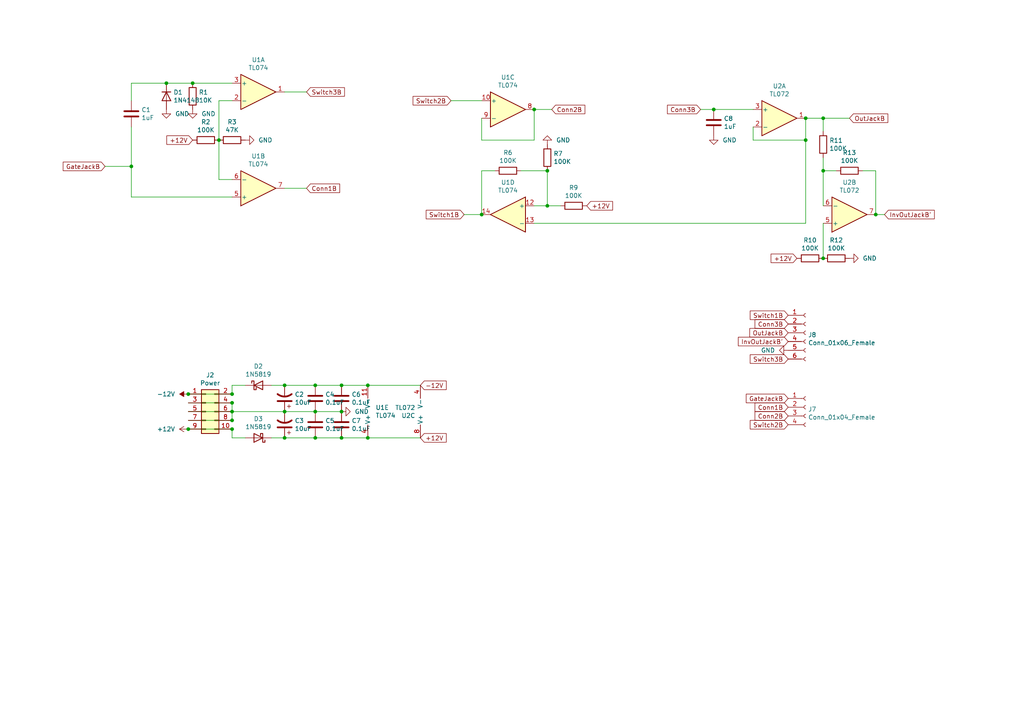
<source format=kicad_sch>
(kicad_sch (version 20211123) (generator eeschema)
  (paper "A4")
  (lib_symbols
    (symbol "ASREnvelope-rescue:CP1-Device" (pin_numbers hide) (pin_names (offset 0.254) hide)
      (property "Reference" "C" (at 0.635 2.54 0))
      (property "Value" "CP1-Device" (at 0.635 -2.54 0))
      (symbol "CP1-Device_0_1"
        (polyline (pts (xy -2.032 0.762) (xy 2.032 0.762)) (stroke (width 0.508)))
        (polyline (pts (xy -1.778 2.286) (xy -0.762 2.286)))
        (polyline (pts (xy -1.27 1.778) (xy -1.27 2.794)))
        (arc (start 2.032 -1.27) (mid 0 -0.5572) (end -2.032 -1.27) (stroke (width 0.508)))
      )
      (symbol "CP1-Device_1_1"
        (pin passive line (at 0 3.81 270) (length 2.794) (name "~") (number "1"))
        (pin passive line (at 0 -3.81 90) (length 3.302) (name "~") (number "2"))
      )
    )
    (symbol "Amplifier_Operational:TL072" (pin_names (offset 0.127))
      (property "Reference" "U" (at 0 5.08 0))
      (property "Value" "TL072" (at 0 -5.08 0))
      (symbol "TL072_1_1"
        (polyline (pts (xy -5.08 5.08) (xy 5.08 0) (xy -5.08 -5.08) (xy -5.08 5.08)) (stroke (width 0.254)) (fill (type background)))
        (pin output line (at 7.62 0 180) (length 2.54) (name "~") (number "1"))
        (pin input line (at -7.62 -2.54 0) (length 2.54) (name "-") (number "2"))
        (pin input line (at -7.62 2.54 0) (length 2.54) (name "+") (number "3"))
      )
      (symbol "TL072_2_1"
        (polyline (pts (xy -5.08 5.08) (xy 5.08 0) (xy -5.08 -5.08) (xy -5.08 5.08)) (stroke (width 0.254)) (fill (type background)))
        (pin input line (at -7.62 2.54 0) (length 2.54) (name "+") (number "5"))
        (pin input line (at -7.62 -2.54 0) (length 2.54) (name "-") (number "6"))
        (pin output line (at 7.62 0 180) (length 2.54) (name "~") (number "7"))
      )
      (symbol "TL072_3_1"
        (pin power_in line (at -2.54 -7.62 90) (length 3.81) (name "V-") (number "4"))
        (pin power_in line (at -2.54 7.62 270) (length 3.81) (name "V+") (number "8"))
      )
    )
    (symbol "Amplifier_Operational:TL074" (pin_names (offset 0.127))
      (property "Reference" "U" (at 0 5.08 0))
      (property "Value" "TL074" (at 0 -5.08 0))
      (symbol "TL074_1_1"
        (polyline (pts (xy -5.08 5.08) (xy 5.08 0) (xy -5.08 -5.08) (xy -5.08 5.08)) (stroke (width 0.254)) (fill (type background)))
        (pin output line (at 7.62 0 180) (length 2.54) (name "~") (number "1"))
        (pin input line (at -7.62 -2.54 0) (length 2.54) (name "-") (number "2"))
        (pin input line (at -7.62 2.54 0) (length 2.54) (name "+") (number "3"))
      )
      (symbol "TL074_2_1"
        (polyline (pts (xy -5.08 5.08) (xy 5.08 0) (xy -5.08 -5.08) (xy -5.08 5.08)) (stroke (width 0.254)) (fill (type background)))
        (pin input line (at -7.62 2.54 0) (length 2.54) (name "+") (number "5"))
        (pin input line (at -7.62 -2.54 0) (length 2.54) (name "-") (number "6"))
        (pin output line (at 7.62 0 180) (length 2.54) (name "~") (number "7"))
      )
      (symbol "TL074_3_1"
        (polyline (pts (xy -5.08 5.08) (xy 5.08 0) (xy -5.08 -5.08) (xy -5.08 5.08)) (stroke (width 0.254)) (fill (type background)))
        (pin input line (at -7.62 2.54 0) (length 2.54) (name "+") (number "10"))
        (pin output line (at 7.62 0 180) (length 2.54) (name "~") (number "8"))
        (pin input line (at -7.62 -2.54 0) (length 2.54) (name "-") (number "9"))
      )
      (symbol "TL074_4_1"
        (polyline (pts (xy -5.08 5.08) (xy 5.08 0) (xy -5.08 -5.08) (xy -5.08 5.08)) (stroke (width 0.254)) (fill (type background)))
        (pin input line (at -7.62 2.54 0) (length 2.54) (name "+") (number "12"))
        (pin input line (at -7.62 -2.54 0) (length 2.54) (name "-") (number "13"))
        (pin output line (at 7.62 0 180) (length 2.54) (name "~") (number "14"))
      )
      (symbol "TL074_5_1"
        (pin power_in line (at -2.54 -7.62 90) (length 3.81) (name "V-") (number "11"))
        (pin power_in line (at -2.54 7.62 270) (length 3.81) (name "V+") (number "4"))
      )
    )
    (symbol "Connector:Conn_01x04_Female" (pin_names (offset 1.016) hide)
      (property "Reference" "J" (at 0 5.08 0))
      (property "Value" "Conn_01x04_Female" (at 0 -7.62 0))
      (symbol "Conn_01x04_Female_1_1"
        (arc (start 0 -4.572) (mid -0.508 -5.08) (end 0 -5.588) (stroke (width 0.1524)))
        (arc (start 0 -2.032) (mid -0.508 -2.54) (end 0 -3.048) (stroke (width 0.1524)))
        (polyline (pts (xy -1.27 -5.08) (xy -0.508 -5.08)) (stroke (width 0.1524)))
        (polyline (pts (xy -1.27 -2.54) (xy -0.508 -2.54)) (stroke (width 0.1524)))
        (polyline (pts (xy -1.27 0) (xy -0.508 0)) (stroke (width 0.1524)))
        (polyline (pts (xy -1.27 2.54) (xy -0.508 2.54)) (stroke (width 0.1524)))
        (arc (start 0 0.508) (mid -0.508 0) (end 0 -0.508) (stroke (width 0.1524)))
        (arc (start 0 3.048) (mid -0.508 2.54) (end 0 2.032) (stroke (width 0.1524)))
        (pin passive line (at -5.08 2.54 0) (length 3.81) (name "Pin_1") (number "1"))
        (pin passive line (at -5.08 0 0) (length 3.81) (name "Pin_2") (number "2"))
        (pin passive line (at -5.08 -2.54 0) (length 3.81) (name "Pin_3") (number "3"))
        (pin passive line (at -5.08 -5.08 0) (length 3.81) (name "Pin_4") (number "4"))
      )
    )
    (symbol "Connector:Conn_01x06_Female" (pin_names (offset 1.016) hide)
      (property "Reference" "J" (at 0 7.62 0))
      (property "Value" "Conn_01x06_Female" (at 0 -10.16 0))
      (symbol "Conn_01x06_Female_1_1"
        (arc (start 0 -7.112) (mid -0.508 -7.62) (end 0 -8.128) (stroke (width 0.1524)))
        (arc (start 0 -4.572) (mid -0.508 -5.08) (end 0 -5.588) (stroke (width 0.1524)))
        (arc (start 0 -2.032) (mid -0.508 -2.54) (end 0 -3.048) (stroke (width 0.1524)))
        (polyline (pts (xy -1.27 -7.62) (xy -0.508 -7.62)) (stroke (width 0.1524)))
        (polyline (pts (xy -1.27 -5.08) (xy -0.508 -5.08)) (stroke (width 0.1524)))
        (polyline (pts (xy -1.27 -2.54) (xy -0.508 -2.54)) (stroke (width 0.1524)))
        (polyline (pts (xy -1.27 0) (xy -0.508 0)) (stroke (width 0.1524)))
        (polyline (pts (xy -1.27 2.54) (xy -0.508 2.54)) (stroke (width 0.1524)))
        (polyline (pts (xy -1.27 5.08) (xy -0.508 5.08)) (stroke (width 0.1524)))
        (arc (start 0 0.508) (mid -0.508 0) (end 0 -0.508) (stroke (width 0.1524)))
        (arc (start 0 3.048) (mid -0.508 2.54) (end 0 2.032) (stroke (width 0.1524)))
        (arc (start 0 5.588) (mid -0.508 5.08) (end 0 4.572) (stroke (width 0.1524)))
        (pin passive line (at -5.08 5.08 0) (length 3.81) (name "Pin_1") (number "1"))
        (pin passive line (at -5.08 2.54 0) (length 3.81) (name "Pin_2") (number "2"))
        (pin passive line (at -5.08 0 0) (length 3.81) (name "Pin_3") (number "3"))
        (pin passive line (at -5.08 -2.54 0) (length 3.81) (name "Pin_4") (number "4"))
        (pin passive line (at -5.08 -5.08 0) (length 3.81) (name "Pin_5") (number "5"))
        (pin passive line (at -5.08 -7.62 0) (length 3.81) (name "Pin_6") (number "6"))
      )
    )
    (symbol "Connector_Generic:Conn_02x05_Odd_Even" (pin_names (offset 1.016) hide)
      (property "Reference" "J" (at 1.27 7.62 0))
      (property "Value" "Conn_02x05_Odd_Even" (at 1.27 -7.62 0))
      (symbol "Conn_02x05_Odd_Even_1_1"
        (rectangle (start -1.27 -4.953) (end 0 -5.207) (stroke (width 0.1524)))
        (rectangle (start -1.27 -2.413) (end 0 -2.667) (stroke (width 0.1524)))
        (rectangle (start -1.27 0.127) (end 0 -0.127) (stroke (width 0.1524)))
        (rectangle (start -1.27 2.667) (end 0 2.413) (stroke (width 0.1524)))
        (rectangle (start -1.27 5.207) (end 0 4.953) (stroke (width 0.1524)))
        (rectangle (start -1.27 6.35) (end 3.81 -6.35) (stroke (width 0.254)) (fill (type background)))
        (rectangle (start 3.81 -4.953) (end 2.54 -5.207) (stroke (width 0.1524)))
        (rectangle (start 3.81 -2.413) (end 2.54 -2.667) (stroke (width 0.1524)))
        (rectangle (start 3.81 0.127) (end 2.54 -0.127) (stroke (width 0.1524)))
        (rectangle (start 3.81 2.667) (end 2.54 2.413) (stroke (width 0.1524)))
        (rectangle (start 3.81 5.207) (end 2.54 4.953) (stroke (width 0.1524)))
        (pin passive line (at -5.08 5.08 0) (length 3.81) (name "Pin_1") (number "1"))
        (pin passive line (at 7.62 -5.08 180) (length 3.81) (name "Pin_10") (number "10"))
        (pin passive line (at 7.62 5.08 180) (length 3.81) (name "Pin_2") (number "2"))
        (pin passive line (at -5.08 2.54 0) (length 3.81) (name "Pin_3") (number "3"))
        (pin passive line (at 7.62 2.54 180) (length 3.81) (name "Pin_4") (number "4"))
        (pin passive line (at -5.08 0 0) (length 3.81) (name "Pin_5") (number "5"))
        (pin passive line (at 7.62 0 180) (length 3.81) (name "Pin_6") (number "6"))
        (pin passive line (at -5.08 -2.54 0) (length 3.81) (name "Pin_7") (number "7"))
        (pin passive line (at 7.62 -2.54 180) (length 3.81) (name "Pin_8") (number "8"))
        (pin passive line (at -5.08 -5.08 0) (length 3.81) (name "Pin_9") (number "9"))
      )
    )
    (symbol "Device:C" (pin_numbers hide) (pin_names (offset 0.254))
      (property "Reference" "C" (at 0.635 2.54 0))
      (property "Value" "C" (at 0.635 -2.54 0))
      (symbol "C_0_1"
        (polyline (pts (xy -2.032 -0.762) (xy 2.032 -0.762)) (stroke (width 0.508)))
        (polyline (pts (xy -2.032 0.762) (xy 2.032 0.762)) (stroke (width 0.508)))
      )
      (symbol "C_1_1"
        (pin passive line (at 0 3.81 270) (length 2.794) (name "~") (number "1"))
        (pin passive line (at 0 -3.81 90) (length 2.794) (name "~") (number "2"))
      )
    )
    (symbol "Device:D" (pin_numbers hide) (pin_names (offset 1.016) hide)
      (property "Reference" "D" (at 0 2.54 0))
      (property "Value" "D" (at 0 -2.54 0))
      (symbol "D_0_1"
        (polyline (pts (xy -1.27 1.27) (xy -1.27 -1.27)) (stroke (width 0.254)))
        (polyline (pts (xy 1.27 0) (xy -1.27 0)))
        (polyline (pts (xy 1.27 1.27) (xy 1.27 -1.27) (xy -1.27 0) (xy 1.27 1.27)) (stroke (width 0.254)))
      )
      (symbol "D_1_1"
        (pin passive line (at -3.81 0 0) (length 2.54) (name "K") (number "1"))
        (pin passive line (at 3.81 0 180) (length 2.54) (name "A") (number "2"))
      )
    )
    (symbol "Device:D_Schottky" (pin_numbers hide) (pin_names (offset 1.016) hide)
      (property "Reference" "D" (at 0 2.54 0))
      (property "Value" "D_Schottky" (at 0 -2.54 0))
      (symbol "D_Schottky_0_1"
        (polyline (pts (xy 1.27 0) (xy -1.27 0)))
        (polyline (pts (xy 1.27 1.27) (xy 1.27 -1.27) (xy -1.27 0) (xy 1.27 1.27)) (stroke (width 0.254)))
        (polyline (pts (xy -1.905 0.635) (xy -1.905 1.27) (xy -1.27 1.27) (xy -1.27 -1.27) (xy -0.635 -1.27) (xy -0.635 -0.635)) (stroke (width 0.254)))
      )
      (symbol "D_Schottky_1_1"
        (pin passive line (at -3.81 0 0) (length 2.54) (name "K") (number "1"))
        (pin passive line (at 3.81 0 180) (length 2.54) (name "A") (number "2"))
      )
    )
    (symbol "Device:R" (pin_numbers hide) (pin_names (offset 0))
      (property "Reference" "R" (at 2.032 0 90))
      (property "Value" "R" (at 0 0 90))
      (symbol "R_0_1"
        (rectangle (start -1.016 -2.54) (end 1.016 2.54) (stroke (width 0.254)))
      )
      (symbol "R_1_1"
        (pin passive line (at 0 3.81 270) (length 1.27) (name "~") (number "1"))
        (pin passive line (at 0 -3.81 90) (length 1.27) (name "~") (number "2"))
      )
    )
    (symbol "power:+12V" (power) (pin_names (offset 0))
      (property "Value" "+12V" (at 0 3.556 0))
      (symbol "+12V_0_1"
        (polyline (pts (xy -0.762 1.27) (xy 0 2.54)))
        (polyline (pts (xy 0 0) (xy 0 2.54)))
        (polyline (pts (xy 0 2.54) (xy 0.762 1.27)))
      )
      (symbol "+12V_1_1"
        (pin power_in line (at 0 0 90) (length 0) hide (name "+12V") (number "1"))
      )
    )
    (symbol "power:-12V" (power) (pin_names (offset 0))
      (property "Value" "-12V" (at 0 3.81 0))
      (symbol "-12V_0_0"
        (pin power_in line (at 0 0 90) (length 0) hide (name "-12V") (number "1"))
      )
      (symbol "-12V_0_1"
        (polyline (pts (xy 0 0) (xy 0 1.27) (xy 0.762 1.27) (xy 0 2.54) (xy -0.762 1.27) (xy 0 1.27)) (fill (type outline)))
      )
    )
    (symbol "power:GND" (power) (pin_names (offset 0))
      (property "Value" "GND" (at 0 -3.81 0))
      (symbol "GND_0_1"
        (polyline (pts (xy 0 0) (xy 0 -1.27) (xy 1.27 -1.27) (xy 0 -2.54) (xy -1.27 -1.27) (xy 0 -1.27)))
      )
      (symbol "GND_1_1"
        (pin power_in line (at 0 0 270) (length 0) hide (name "GND") (number "1"))
      )
    )
  )
  (junction (at 238.76 49.53))
  (junction (at 106.68 111.76))
  (junction (at 63.5 40.64))
  (junction (at 82.55 111.76))
  (junction (at 154.94 31.75))
  (junction (at 67.31 116.84))
  (junction (at 67.31 114.3))
  (junction (at 99.06 111.76))
  (junction (at 139.7 62.23))
  (junction (at 82.55 119.38))
  (junction (at 158.75 59.69))
  (junction (at 67.31 119.38))
  (junction (at 207.01 31.75))
  (junction (at 238.76 34.29))
  (junction (at 55.88 24.13))
  (junction (at 38.1 48.26))
  (junction (at 233.68 40.64))
  (junction (at 91.44 127))
  (junction (at 91.44 111.76))
  (junction (at 67.31 124.46))
  (junction (at 158.75 49.53))
  (junction (at 99.06 119.38))
  (junction (at 54.61 114.3))
  (junction (at 254 62.23))
  (junction (at 54.61 124.46))
  (junction (at 67.31 121.92))
  (junction (at 233.68 34.29))
  (junction (at 106.68 127))
  (junction (at 82.55 127))
  (junction (at 99.06 127))
  (junction (at 48.26 24.13))
  (junction (at 238.76 74.93))
  (junction (at 91.44 119.38))
  (wire (pts (xy 91.44 119.38) (xy 99.06 119.38)))
  (wire (pts (xy 254 49.53) (xy 254 62.23)))
  (wire (pts (xy 67.31 116.84) (xy 54.61 116.84)))
  (wire (pts (xy 63.5 52.07) (xy 67.31 52.07)))
  (wire (pts (xy 54.61 114.3) (xy 67.31 114.3)))
  (wire (pts (xy 67.31 127) (xy 67.31 124.46)))
  (wire (pts (xy 67.31 119.38) (xy 67.31 116.84)))
  (wire (pts (xy 238.76 59.69) (xy 238.76 49.53)))
  (wire (pts (xy 238.76 34.29) (xy 233.68 34.29)))
  (wire (pts (xy 154.94 31.75) (xy 154.94 40.64)))
  (wire (pts (xy 130.81 29.21) (xy 139.7 29.21)))
  (wire (pts (xy 238.76 64.77) (xy 238.76 74.93)))
  (wire (pts (xy 82.55 127) (xy 91.44 127)))
  (wire (pts (xy 218.44 31.75) (xy 207.01 31.75)))
  (wire (pts (xy 67.31 121.92) (xy 54.61 121.92)))
  (wire (pts (xy 82.55 119.38) (xy 91.44 119.38)))
  (wire (pts (xy 158.75 49.53) (xy 158.75 59.69)))
  (wire (pts (xy 233.68 40.64) (xy 233.68 34.29)))
  (wire (pts (xy 106.68 127) (xy 121.92 127)))
  (wire (pts (xy 256.54 62.23) (xy 254 62.23)))
  (wire (pts (xy 246.38 34.29) (xy 238.76 34.29)))
  (wire (pts (xy 154.94 64.77) (xy 233.68 64.77)))
  (wire (pts (xy 91.44 127) (xy 99.06 127)))
  (wire (pts (xy 233.68 64.77) (xy 233.68 40.64)))
  (wire (pts (xy 63.5 29.21) (xy 63.5 40.64)))
  (wire (pts (xy 82.55 111.76) (xy 91.44 111.76)))
  (wire (pts (xy 67.31 119.38) (xy 82.55 119.38)))
  (wire (pts (xy 78.74 111.76) (xy 82.55 111.76)))
  (wire (pts (xy 67.31 114.3) (xy 67.31 111.76)))
  (wire (pts (xy 71.12 127) (xy 67.31 127)))
  (wire (pts (xy 218.44 40.64) (xy 233.68 40.64)))
  (wire (pts (xy 78.74 127) (xy 82.55 127)))
  (wire (pts (xy 207.01 31.75) (xy 203.2 31.75)))
  (wire (pts (xy 38.1 36.83) (xy 38.1 48.26)))
  (wire (pts (xy 238.76 49.53) (xy 242.57 49.53)))
  (wire (pts (xy 38.1 48.26) (xy 38.1 57.15)))
  (wire (pts (xy 88.9 26.67) (xy 82.55 26.67)))
  (wire (pts (xy 139.7 49.53) (xy 139.7 62.23)))
  (wire (pts (xy 158.75 59.69) (xy 162.56 59.69)))
  (wire (pts (xy 238.76 49.53) (xy 238.76 45.72)))
  (wire (pts (xy 82.55 54.61) (xy 88.9 54.61)))
  (wire (pts (xy 67.31 121.92) (xy 67.31 119.38)))
  (wire (pts (xy 67.31 24.13) (xy 55.88 24.13)))
  (wire (pts (xy 54.61 119.38) (xy 67.31 119.38)))
  (wire (pts (xy 218.44 36.83) (xy 218.44 40.64)))
  (wire (pts (xy 67.31 29.21) (xy 63.5 29.21)))
  (wire (pts (xy 143.51 49.53) (xy 139.7 49.53)))
  (wire (pts (xy 99.06 127) (xy 106.68 127)))
  (wire (pts (xy 63.5 40.64) (xy 63.5 52.07)))
  (wire (pts (xy 134.62 62.23) (xy 139.7 62.23)))
  (wire (pts (xy 139.7 40.64) (xy 139.7 34.29)))
  (wire (pts (xy 154.94 40.64) (xy 139.7 40.64)))
  (wire (pts (xy 38.1 29.21) (xy 38.1 24.13)))
  (wire (pts (xy 67.31 111.76) (xy 71.12 111.76)))
  (wire (pts (xy 238.76 38.1) (xy 238.76 34.29)))
  (wire (pts (xy 154.94 31.75) (xy 160.02 31.75)))
  (wire (pts (xy 151.13 49.53) (xy 158.75 49.53)))
  (wire (pts (xy 38.1 24.13) (xy 48.26 24.13)))
  (wire (pts (xy 250.19 49.53) (xy 254 49.53)))
  (wire (pts (xy 54.61 124.46) (xy 67.31 124.46)))
  (wire (pts (xy 99.06 111.76) (xy 106.68 111.76)))
  (wire (pts (xy 154.94 59.69) (xy 158.75 59.69)))
  (wire (pts (xy 106.68 111.76) (xy 121.92 111.76)))
  (wire (pts (xy 91.44 111.76) (xy 99.06 111.76)))
  (wire (pts (xy 55.88 24.13) (xy 48.26 24.13)))
  (wire (pts (xy 30.48 48.26) (xy 38.1 48.26)))
  (wire (pts (xy 67.31 57.15) (xy 38.1 57.15)))
  (global_label "Switch3B" (shape input) (at 228.6 104.14 180) (property "Intersheet References" "${INTERSHEET_REFS}" (effects hide)))
  (global_label "Switch2B" (shape input) (at 228.6 123.19 180) (property "Intersheet References" "${INTERSHEET_REFS}" (effects hide)))
  (global_label "+12V" (shape input) (at 55.88 40.64 180) (property "Intersheet References" "${INTERSHEET_REFS}" (effects hide)))
  (global_label "GateJackB" (shape input) (at 30.48 48.26 180) (property "Intersheet References" "${INTERSHEET_REFS}" (effects hide)))
  (global_label "+12V" (shape input) (at 170.18 59.69 0) (property "Intersheet References" "${INTERSHEET_REFS}" (effects hide)))
  (global_label "Conn1B" (shape input) (at 88.9 54.61 0) (property "Intersheet References" "${INTERSHEET_REFS}" (effects hide)))
  (global_label "Switch3B" (shape input) (at 88.9 26.67 0) (property "Intersheet References" "${INTERSHEET_REFS}" (effects hide)))
  (global_label "InvOutJackB'" (shape input) (at 228.6 99.06 180) (property "Intersheet References" "${INTERSHEET_REFS}" (effects hide)))
  (global_label "InvOutJackB'" (shape input) (at 256.54 62.23 0) (property "Intersheet References" "${INTERSHEET_REFS}" (effects hide)))
  (global_label "Switch1B" (shape input) (at 134.62 62.23 180) (property "Intersheet References" "${INTERSHEET_REFS}" (effects hide)))
  (global_label "OutJackB" (shape input) (at 228.6 96.52 180) (property "Intersheet References" "${INTERSHEET_REFS}" (effects hide)))
  (global_label "Conn3B" (shape input) (at 203.2 31.75 180) (property "Intersheet References" "${INTERSHEET_REFS}" (effects hide)))
  (global_label "+12V" (shape input) (at 231.14 74.93 180) (property "Intersheet References" "${INTERSHEET_REFS}" (effects hide)))
  (global_label "Switch2B" (shape input) (at 130.81 29.21 180) (property "Intersheet References" "${INTERSHEET_REFS}" (effects hide)))
  (global_label "Conn3B" (shape input) (at 228.6 93.98 180) (property "Intersheet References" "${INTERSHEET_REFS}" (effects hide)))
  (global_label "Switch1B" (shape input) (at 228.6 91.44 180) (property "Intersheet References" "${INTERSHEET_REFS}" (effects hide)))
  (global_label "Conn1B" (shape input) (at 228.6 118.11 180) (property "Intersheet References" "${INTERSHEET_REFS}" (effects hide)))
  (global_label "+12V" (shape input) (at 121.92 127 0) (property "Intersheet References" "${INTERSHEET_REFS}" (effects hide)))
  (global_label "-12V" (shape input) (at 121.92 111.76 0) (property "Intersheet References" "${INTERSHEET_REFS}" (effects hide)))
  (global_label "OutJackB" (shape input) (at 246.38 34.29 0) (property "Intersheet References" "${INTERSHEET_REFS}" (effects hide)))
  (global_label "Conn2B" (shape input) (at 228.6 120.65 180) (property "Intersheet References" "${INTERSHEET_REFS}" (effects hide)))
  (global_label "GateJackB" (shape input) (at 228.6 115.57 180) (property "Intersheet References" "${INTERSHEET_REFS}" (effects hide)))
  (global_label "Conn2B" (shape input) (at 160.02 31.75 0) (property "Intersheet References" "${INTERSHEET_REFS}" (effects hide)))
  (symbol (lib_id "Amplifier_Operational:TL074") (at 74.93 26.67 0) (unit 1)
    (property "Reference" "U1" (at 74.93 17.3482 0))
    (property "Value" "TL074" (at 74.93 19.6596 0))
    (property "Footprint" "Package_DIP:DIP-14_W7.62mm_Socket_LongPads" (effects hide))
    (property "Datasheet" "http://www.ti.com/lit/ds/symlink/tl071.pdf" (effects hide))
  )
  (symbol (lib_id "Amplifier_Operational:TL074") (at 74.93 54.61 0) (mirror x) (unit 2)
    (property "Reference" "U1" (at 74.93 45.2882 0))
    (property "Value" "TL074" (at 74.93 47.5996 0))
    (property "Footprint" "Package_DIP:DIP-14_W7.62mm_Socket_LongPads" (effects hide))
    (property "Datasheet" "http://www.ti.com/lit/ds/symlink/tl071.pdf" (effects hide))
  )
  (symbol (lib_id "Amplifier_Operational:TL074") (at 147.32 31.75 0) (unit 3)
    (property "Reference" "U1" (at 147.32 22.4282 0))
    (property "Value" "TL074" (at 147.32 24.7396 0))
    (property "Footprint" "Package_DIP:DIP-14_W7.62mm_Socket_LongPads" (effects hide))
    (property "Datasheet" "http://www.ti.com/lit/ds/symlink/tl071.pdf" (effects hide))
  )
  (symbol (lib_id "Amplifier_Operational:TL074") (at 147.32 62.23 0) (mirror y) (unit 4)
    (property "Reference" "U1" (at 147.32 52.9082 0))
    (property "Value" "TL074" (at 147.32 55.2196 0))
    (property "Footprint" "Package_DIP:DIP-14_W7.62mm_Socket_LongPads" (effects hide))
    (property "Datasheet" "http://www.ti.com/lit/ds/symlink/tl071.pdf" (effects hide))
  )
  (symbol (lib_id "Amplifier_Operational:TL074") (at 104.14 119.38 180) (unit 5)
    (property "Reference" "U1" (at 108.9152 118.2116 0) (effects (justify right)))
    (property "Value" "TL074" (at 108.9152 120.523 0) (effects (justify right)))
    (property "Footprint" "Package_DIP:DIP-14_W7.62mm_Socket_LongPads" (effects hide))
    (property "Datasheet" "http://www.ti.com/lit/ds/symlink/tl071.pdf" (effects hide))
  )
  (symbol (lib_id "Connector_Generic:Conn_02x05_Odd_Even") (at 59.69 119.38 0) (unit 1)
    (property "Reference" "J2" (at 60.96 108.7882 0))
    (property "Value" "Power" (at 60.96 111.0996 0))
    (property "Footprint" "Connector_PinHeader_2.54mm:PinHeader_2x05_P2.54mm_Horizontal" (effects hide))
  )
  (symbol (lib_id "ASREnvelope-rescue:CP1-Device") (at 82.55 115.57 180) (unit 1)
    (property "Reference" "C2" (at 85.471 114.4016 0) (effects (justify right)))
    (property "Value" "10uF" (at 85.471 116.713 0) (effects (justify right)))
    (property "Footprint" "Capacitor_THT:CP_Radial_D5.0mm_P2.50mm" (effects hide))
  )
  (symbol (lib_id "Device:R") (at 246.38 49.53 90) (unit 1)
    (property "Reference" "R13" (at 246.38 44.2722 90))
    (property "Value" "100K" (at 246.38 46.5836 90))
    (property "Footprint" "Resistor_THT:R_Axial_DIN0207_L6.3mm_D2.5mm_P7.62mm_Horizontal" (effects hide))
  )
  (symbol (lib_id "Device:D_Schottky") (at 74.93 111.76 0) (unit 1)
    (property "Reference" "D2" (at 74.93 106.2482 0))
    (property "Value" "1N5819" (at 74.93 108.5596 0))
    (property "Footprint" "Diode_THT:D_DO-41_SOD81_P7.62mm_Horizontal" (effects hide))
  )
  (symbol (lib_id "Device:C") (at 207.01 35.56 0) (unit 1)
    (property "Reference" "C8" (at 209.931 34.3916 0) (effects (justify left)))
    (property "Value" "1uF" (at 209.931 36.703 0) (effects (justify left)))
    (property "Footprint" "Capacitor_THT:C_Disc_D3.0mm_W1.6mm_P2.50mm" (effects hide))
  )
  (symbol (lib_id "Device:D_Schottky") (at 74.93 127 180) (unit 1)
    (property "Reference" "D3" (at 74.93 121.4882 0))
    (property "Value" "1N5819" (at 74.93 123.7996 0))
    (property "Footprint" "Diode_THT:D_DO-41_SOD81_P7.62mm_Horizontal" (effects hide))
  )
  (symbol (lib_id "ASREnvelope-rescue:CP1-Device") (at 82.55 123.19 180) (unit 1)
    (property "Reference" "C3" (at 85.471 122.0216 0) (effects (justify right)))
    (property "Value" "10uF" (at 85.471 124.333 0) (effects (justify right)))
    (property "Footprint" "Capacitor_THT:CP_Radial_D5.0mm_P2.50mm" (effects hide))
  )
  (symbol (lib_id "Amplifier_Operational:TL072") (at 226.06 34.29 0) (unit 1)
    (property "Reference" "U2" (at 226.06 24.9682 0))
    (property "Value" "TL072" (at 226.06 27.2796 0))
    (property "Footprint" "Package_DIP:DIP-8_W7.62mm_Socket_LongPads" (effects hide))
    (property "Datasheet" "http://www.ti.com/lit/ds/symlink/tl071.pdf" (effects hide))
  )
  (symbol (lib_id "Amplifier_Operational:TL072") (at 246.38 62.23 0) (mirror x) (unit 2)
    (property "Reference" "U2" (at 246.38 52.9082 0))
    (property "Value" "TL072" (at 246.38 55.2196 0))
    (property "Footprint" "Package_DIP:DIP-8_W7.62mm_Socket_LongPads" (effects hide))
    (property "Datasheet" "http://www.ti.com/lit/ds/symlink/tl071.pdf" (effects hide))
  )
  (symbol (lib_id "Amplifier_Operational:TL072") (at 119.38 119.38 180) (unit 3)
    (property "Reference" "U2" (at 120.4468 120.5484 0) (effects (justify left)))
    (property "Value" "TL072" (at 120.4468 118.237 0) (effects (justify left)))
    (property "Footprint" "Package_DIP:DIP-8_W7.62mm_Socket_LongPads" (effects hide))
    (property "Datasheet" "http://www.ti.com/lit/ds/symlink/tl071.pdf" (effects hide))
  )
  (symbol (lib_id "Device:C") (at 99.06 123.19 0) (unit 1)
    (property "Reference" "C7" (at 101.981 122.0216 0) (effects (justify left)))
    (property "Value" "0.1uF" (at 101.981 124.333 0) (effects (justify left)))
    (property "Footprint" "Capacitor_THT:C_Disc_D11.0mm_W5.0mm_P7.50mm" (effects hide))
  )
  (symbol (lib_id "Device:C") (at 99.06 115.57 0) (unit 1)
    (property "Reference" "C6" (at 101.981 114.4016 0) (effects (justify left)))
    (property "Value" "0.1uF" (at 101.981 116.713 0) (effects (justify left)))
    (property "Footprint" "Capacitor_THT:C_Disc_D11.0mm_W5.0mm_P7.50mm" (effects hide))
  )
  (symbol (lib_id "Device:C") (at 91.44 115.57 0) (unit 1)
    (property "Reference" "C4" (at 94.361 114.4016 0) (effects (justify left)))
    (property "Value" "0.1uF" (at 94.361 116.713 0) (effects (justify left)))
    (property "Footprint" "Capacitor_THT:C_Disc_D11.0mm_W5.0mm_P7.50mm" (effects hide))
  )
  (symbol (lib_id "Device:C") (at 91.44 123.19 0) (unit 1)
    (property "Reference" "C5" (at 94.361 122.0216 0) (effects (justify left)))
    (property "Value" "0.1uF" (at 94.361 124.333 0) (effects (justify left)))
    (property "Footprint" "Capacitor_THT:C_Disc_D11.0mm_W5.0mm_P7.50mm" (effects hide))
  )
  (symbol (lib_id "Device:R") (at 67.31 40.64 270) (unit 1)
    (property "Reference" "R3" (at 67.31 35.3822 90))
    (property "Value" "47K" (at 67.31 37.6936 90))
    (property "Footprint" "Resistor_THT:R_Axial_DIN0207_L6.3mm_D2.5mm_P7.62mm_Horizontal" (effects hide))
  )
  (symbol (lib_id "Device:R") (at 59.69 40.64 270) (unit 1)
    (property "Reference" "R2" (at 59.69 35.3822 90))
    (property "Value" "100K" (at 59.69 37.6936 90))
    (property "Footprint" "Resistor_THT:R_Axial_DIN0207_L6.3mm_D2.5mm_P7.62mm_Horizontal" (effects hide))
  )
  (symbol (lib_id "Device:D") (at 48.26 27.94 270) (unit 1)
    (property "Reference" "D1" (at 50.292 26.7716 90) (effects (justify left)))
    (property "Value" "1N4148" (at 50.292 29.083 90) (effects (justify left)))
    (property "Footprint" "Diode_THT:D_DO-35_SOD27_P7.62mm_Horizontal" (effects hide))
  )
  (symbol (lib_id "Device:R") (at 55.88 27.94 0) (unit 1)
    (property "Reference" "R1" (at 57.658 26.7716 0) (effects (justify left)))
    (property "Value" "10K" (at 57.658 29.083 0) (effects (justify left)))
    (property "Footprint" "Resistor_THT:R_Axial_DIN0207_L6.3mm_D2.5mm_P7.62mm_Horizontal" (effects hide))
  )
  (symbol (lib_id "Device:C") (at 38.1 33.02 0) (unit 1)
    (property "Reference" "C1" (at 41.021 31.8516 0) (effects (justify left)))
    (property "Value" "1uF" (at 41.021 34.163 0) (effects (justify left)))
    (property "Footprint" "Capacitor_THT:C_Disc_D3.0mm_W1.6mm_P2.50mm" (effects hide))
  )
  (symbol (lib_id "Device:R") (at 147.32 49.53 270) (unit 1)
    (property "Reference" "R6" (at 147.32 44.2722 90))
    (property "Value" "100K" (at 147.32 46.5836 90))
    (property "Footprint" "Resistor_THT:R_Axial_DIN0207_L6.3mm_D2.5mm_P7.62mm_Horizontal" (effects hide))
  )
  (symbol (lib_id "Device:R") (at 158.75 45.72 180) (unit 1)
    (property "Reference" "R7" (at 160.528 44.5516 0) (effects (justify right)))
    (property "Value" "100K" (at 160.528 46.863 0) (effects (justify right)))
    (property "Footprint" "Resistor_THT:R_Axial_DIN0207_L6.3mm_D2.5mm_P7.62mm_Horizontal" (effects hide))
  )
  (symbol (lib_id "Device:R") (at 166.37 59.69 90) (unit 1)
    (property "Reference" "R9" (at 166.37 54.4322 90))
    (property "Value" "100K" (at 166.37 56.7436 90))
    (property "Footprint" "Resistor_THT:R_Axial_DIN0207_L6.3mm_D2.5mm_P7.62mm_Horizontal" (effects hide))
  )
  (symbol (lib_id "Connector:Conn_01x06_Female") (at 233.68 96.52 0) (unit 1)
    (property "Reference" "J8" (at 234.3912 97.1296 0) (effects (justify left)))
    (property "Value" "Conn_01x06_Female" (at 234.3912 99.441 0) (effects (justify left)))
    (property "Footprint" "Connector_PinSocket_2.54mm:PinSocket_1x06_P2.54mm_Vertical" (effects hide))
  )
  (symbol (lib_id "Connector:Conn_01x04_Female") (at 233.68 118.11 0) (unit 1)
    (property "Reference" "J7" (at 234.3912 118.7196 0) (effects (justify left)))
    (property "Value" "Conn_01x04_Female" (at 234.3912 121.031 0) (effects (justify left)))
    (property "Footprint" "Connector_PinSocket_2.54mm:PinSocket_1x04_P2.54mm_Vertical" (effects hide))
  )
  (symbol (lib_id "Device:R") (at 238.76 41.91 0) (unit 1)
    (property "Reference" "R11" (at 240.538 40.7416 0) (effects (justify left)))
    (property "Value" "100K" (at 240.538 43.053 0) (effects (justify left)))
    (property "Footprint" "Resistor_THT:R_Axial_DIN0207_L6.3mm_D2.5mm_P7.62mm_Horizontal" (effects hide))
  )
  (symbol (lib_id "Device:R") (at 234.95 74.93 90) (unit 1)
    (property "Reference" "R10" (at 234.95 69.6722 90))
    (property "Value" "100K" (at 234.95 71.9836 90))
    (property "Footprint" "Resistor_THT:R_Axial_DIN0207_L6.3mm_D2.5mm_P7.62mm_Horizontal" (effects hide))
  )
  (symbol (lib_id "Device:R") (at 242.57 74.93 90) (unit 1)
    (property "Reference" "R12" (at 242.57 69.6722 90))
    (property "Value" "100K" (at 242.57 71.9836 90))
    (property "Footprint" "Resistor_THT:R_Axial_DIN0207_L6.3mm_D2.5mm_P7.62mm_Horizontal" (effects hide))
  )
  (symbol (lib_id "power:GND") (at 55.88 31.75 0) (unit 1)
    (property "Reference" "#PWR0103" (effects hide))
    (property "Value" "GND" (at 58.42 33.0199 0) (effects (justify left)))
  )
  (symbol (lib_id "power:GND") (at 207.01 39.37 0) (unit 1)
    (property "Reference" "#PWR0106" (effects hide))
    (property "Value" "GND" (at 209.55 40.6399 0) (effects (justify left)))
  )
  (symbol (lib_id "power:GND") (at 48.26 31.75 0) (mirror y) (unit 1)
    (property "Reference" "#PWR0102" (effects hide))
    (property "Value" "GND" (at 50.8 33.0199 0) (effects (justify right)))
  )
  (symbol (lib_id "power:-12V") (at 54.61 114.3 90) (unit 1)
    (property "Reference" "#PWR0110" (effects hide))
    (property "Value" "-12V" (at 50.8 114.2999 90) (effects (justify left)))
  )
  (symbol (lib_id "power:GND") (at 158.75 41.91 180) (unit 1)
    (property "Reference" "#PWR0107" (effects hide))
    (property "Value" "GND" (at 161.29 40.6399 0) (effects (justify right)))
  )
  (symbol (lib_id "power:GND") (at 99.06 119.38 90) (unit 1)
    (property "Reference" "#PWR0101" (effects hide))
    (property "Value" "GND" (at 102.87 119.3799 90) (effects (justify right)))
  )
  (symbol (lib_id "power:GND") (at 246.38 74.93 90) (unit 1)
    (property "Reference" "#PWR0104" (effects hide))
    (property "Value" "GND" (at 250.19 74.9299 90) (effects (justify right)))
  )
  (symbol (lib_id "power:GND") (at 228.6 101.6 270) (unit 1)
    (property "Reference" "#PWR0105" (effects hide))
    (property "Value" "GND" (at 224.79 101.5999 90) (effects (justify right)))
  )
  (symbol (lib_id "power:GND") (at 71.12 40.64 90) (mirror x) (unit 1)
    (property "Reference" "#PWR0108" (effects hide))
    (property "Value" "GND" (at 74.93 40.6399 90) (effects (justify right)))
  )
  (symbol (lib_id "power:+12V") (at 54.61 124.46 90) (unit 1)
    (property "Reference" "#PWR0109" (effects hide))
    (property "Value" "+12V" (at 50.8 124.4599 90) (effects (justify left)))
  )
)
</source>
